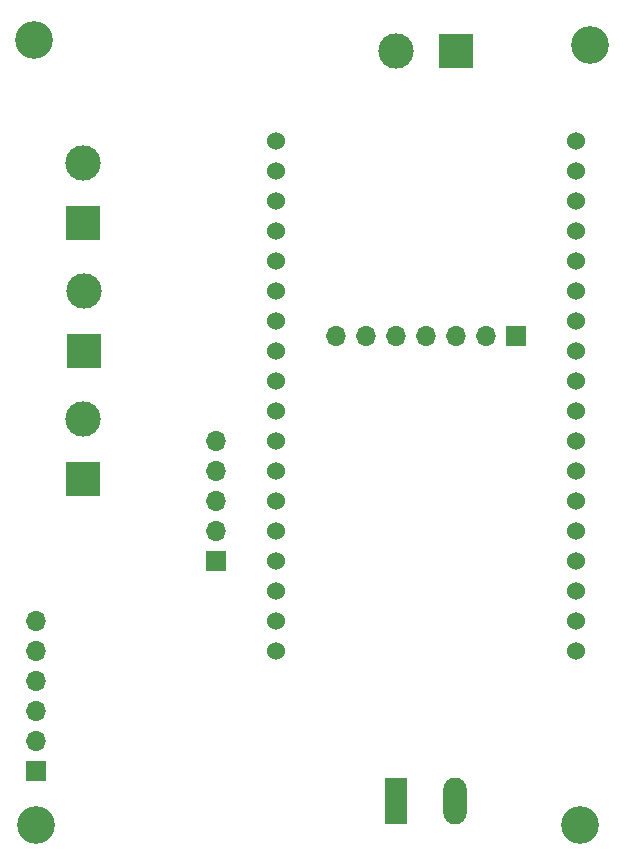
<source format=gts>
G04 #@! TF.GenerationSoftware,KiCad,Pcbnew,(6.0.4-0)*
G04 #@! TF.CreationDate,2022-04-11T20:22:25+02:00*
G04 #@! TF.ProjectId,Controller,436f6e74-726f-46c6-9c65-722e6b696361,v1.0.0*
G04 #@! TF.SameCoordinates,Original*
G04 #@! TF.FileFunction,Soldermask,Top*
G04 #@! TF.FilePolarity,Negative*
%FSLAX46Y46*%
G04 Gerber Fmt 4.6, Leading zero omitted, Abs format (unit mm)*
G04 Created by KiCad (PCBNEW (6.0.4-0)) date 2022-04-11 20:22:25*
%MOMM*%
%LPD*%
G01*
G04 APERTURE LIST*
%ADD10C,3.200000*%
%ADD11R,3.000000X3.000000*%
%ADD12C,3.000000*%
%ADD13R,1.700000X1.700000*%
%ADD14O,1.700000X1.700000*%
%ADD15R,1.980000X3.960000*%
%ADD16O,1.980000X3.960000*%
%ADD17C,1.524000*%
G04 APERTURE END LIST*
D10*
X168833800Y-63000000D03*
X121920000Y-129000000D03*
X121767600Y-62534800D03*
D11*
X125958600Y-78028800D03*
D12*
X125958600Y-72948800D03*
D13*
X137160000Y-106680000D03*
D14*
X137160000Y-104140000D03*
X137160000Y-101600000D03*
X137160000Y-99060000D03*
X137160000Y-96520000D03*
D13*
X121920000Y-124460000D03*
D14*
X121920000Y-121920000D03*
X121920000Y-119380000D03*
X121920000Y-116840000D03*
X121920000Y-114300000D03*
X121920000Y-111760000D03*
D15*
X152400000Y-127000000D03*
D16*
X157400000Y-127000000D03*
D11*
X125958600Y-99745800D03*
D12*
X125958600Y-94665800D03*
D11*
X125984000Y-88900000D03*
D12*
X125984000Y-83820000D03*
D10*
X168000000Y-129000000D03*
D17*
X142240000Y-71120000D03*
X142240000Y-73660000D03*
X142240000Y-76200000D03*
X142240000Y-78740000D03*
X142240000Y-81280000D03*
X142240000Y-83820000D03*
X142240000Y-86360000D03*
X142240000Y-88900000D03*
X142240000Y-91440000D03*
X142240000Y-93980000D03*
X142240000Y-96520000D03*
X142240000Y-99060000D03*
X142240000Y-101600000D03*
X142240000Y-104140000D03*
X142240000Y-106680000D03*
X142240000Y-109220000D03*
X142240000Y-111760000D03*
X142240000Y-114300000D03*
X167640000Y-114300000D03*
X167640000Y-111760000D03*
X167640000Y-109220000D03*
X167640000Y-106680000D03*
X167640000Y-104140000D03*
X167640000Y-101600000D03*
X167640000Y-99060000D03*
X167640000Y-96520000D03*
X167640000Y-93980000D03*
X167640000Y-91440000D03*
X167640000Y-88900000D03*
X167640000Y-86360000D03*
X167640000Y-83820000D03*
X167640000Y-81280000D03*
X167640000Y-78740000D03*
X167640000Y-76200000D03*
X167640000Y-73660000D03*
X167640000Y-71120000D03*
D13*
X162560000Y-87650000D03*
D14*
X160020000Y-87650000D03*
X157480000Y-87650000D03*
X154940000Y-87650000D03*
X152400000Y-87650000D03*
X149860000Y-87650000D03*
X147320000Y-87650000D03*
D11*
X157480000Y-63500000D03*
D12*
X152400000Y-63500000D03*
M02*

</source>
